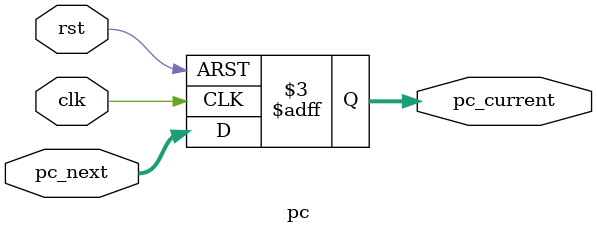
<source format=v>
module pc (
    input wire clk,           // Clock signal
    input wire rst,           // Reset signal
    input wire [31:0] pc_next,    // Next PC value (input): assigned as "wire" because it is read only in the always block
    output reg [31:0] pc_current  // Current PC value (output): assigned as "reg" because it is used in the always block, and constantly updated
);
    // Initialize PC to 0
    // This prevents undefined (X) values before reset
    initial begin
        pc_current = 32'b0;
    end

    // Sequential logic: Update PC on clock edge : We will use non-blocking assignments "<=" so all assignments happen simultaniously at the clock edge
    always @(posedge clk or posedge rst) begin 
        if (rst)
            pc_current <= 32'b0;    // Resets to address 0 if the reset signal is 1
        else
            pc_current <= pc_next;   // Else, it updates to next value, that we get using the adder to increment the value by 4 bytes
    end

endmodule
</source>
